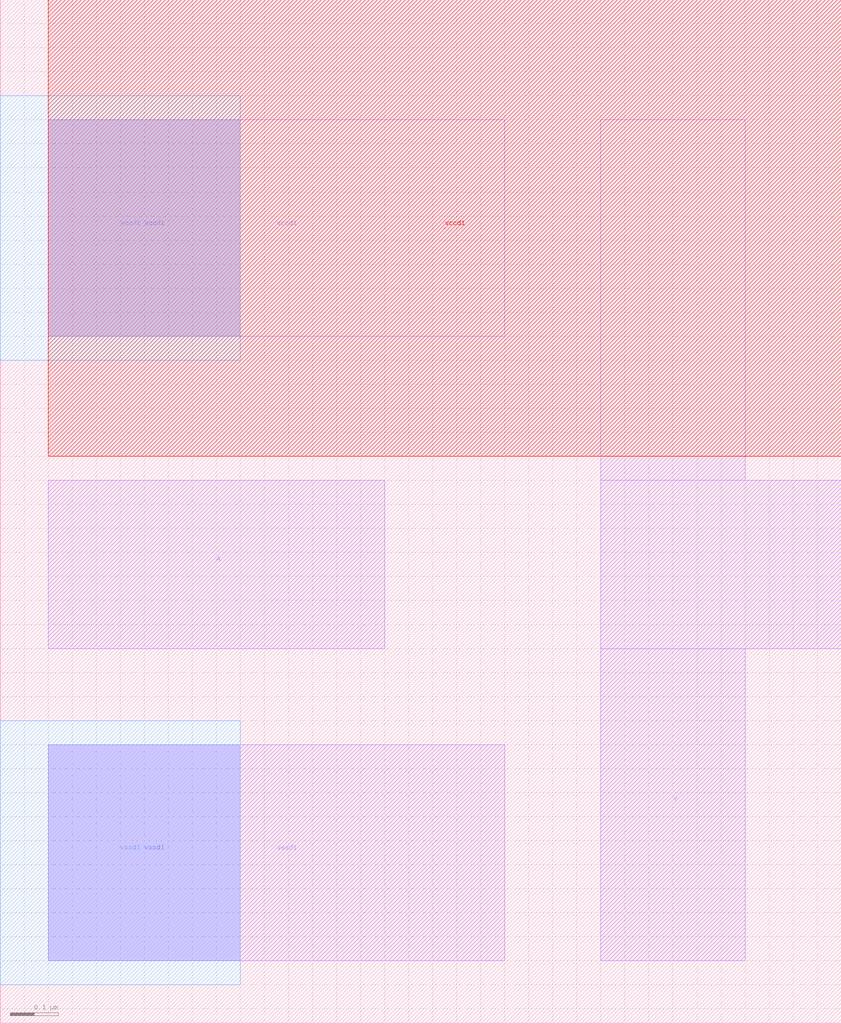
<source format=lef>
VERSION 5.7 ;
  NOWIREEXTENSIONATPIN ON ;
  DIVIDERCHAR "/" ;
  BUSBITCHARS "[]" ;
MACRO inverte
  CLASS BLOCK ;
  FOREIGN inverte ;
  ORIGIN 1.000 0.430 ;
  SIZE 1.750 BY 2.130 ;
  PIN A
    ANTENNAGATEAREA 0.135000 ;
    PORT
      LAYER li1 ;
        RECT -0.900 0.350 -0.200 0.700 ;
    END
  END A
  PIN Y
    ANTENNADIFFAREA 0.315000 ;
    PORT
      LAYER li1 ;
        RECT 0.250 0.700 0.550 1.450 ;
        RECT 0.250 0.350 0.750 0.700 ;
        RECT 0.250 -0.300 0.550 0.350 ;
    END
  END Y
  PIN vccd1
    ANTENNADIFFAREA 0.365000 ;
    PORT
      LAYER nwell ;
        RECT -0.900 0.750 0.750 1.700 ;
      LAYER li1 ;
        RECT -0.900 1.000 0.050 1.450 ;
      LAYER met1 ;
        RECT -0.900 1.000 -0.500 1.450 ;
      LAYER met2 ;
        RECT -0.900 1.000 -0.500 1.450 ;
      LAYER met3 ;
        RECT -1.000 0.950 -0.500 1.500 ;
    END
  END vccd1
  PIN vssd1
    ANTENNADIFFAREA 0.365000 ;
    PORT
      LAYER li1 ;
        RECT -0.900 -0.300 0.050 0.150 ;
      LAYER met1 ;
        RECT -0.900 -0.300 -0.500 0.150 ;
      LAYER met2 ;
        RECT -0.900 -0.300 -0.500 0.150 ;
      LAYER met3 ;
        RECT -1.000 -0.350 -0.500 0.200 ;
    END
  END vssd1
END inverte
END LIBRARY


</source>
